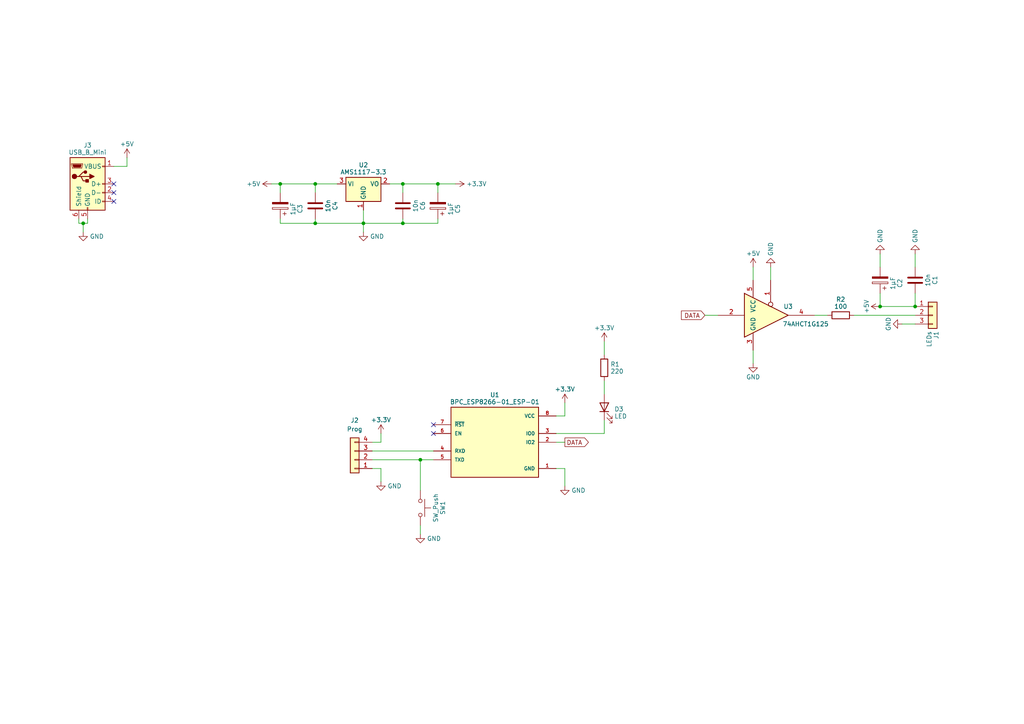
<source format=kicad_sch>
(kicad_sch (version 20230121) (generator eeschema)
  (paper "A4")
  (title_block (title "Carte Stripleds Nano") (date "2025-12-13") (rev "Rev A") (company "BPC") (comment 1 "2 SW - 2 LEDs - 1 Bandeau RGB - Alim USB"))
  (lib_symbols
    (symbol "74xGxx:74AHCT1G125"
      (property "Reference" "U" (at -2.54 3.81 0))
      (property "Value" "74AHCT1G125" (at 0 -3.81 0))
      (symbol "74AHCT1G125_0_1"
        (polyline (pts (xy -7.62 6.35) (xy -7.62 -6.35) (xy 5.08 0) (xy -7.62 6.35)) (stroke (width 0.254)) (fill (type background)))
      )
      (symbol "74AHCT1G125_1_1"
        (pin input inverted (at 0 10.16 270) (length 7.62) (name "~") (number "1"))
        (pin input line (at -15.24 0 0) (length 7.62) (name "~") (number "2"))
        (pin power_in line (at -5.08 -10.16 90) (length 5.08) (name "GND") (number "3"))
        (pin tri_state line (at 12.7 0 180) (length 7.62) (name "~") (number "4"))
        (pin power_in line (at -5.08 10.16 270) (length 5.08) (name "VCC") (number "5"))
      )
    )
    (symbol "Connector:USB_B_Mini" (pin_names (offset 1.016))
      (property "Reference" "J" (at -5.08 11.43 0))
      (property "Value" "USB_B_Mini" (at -5.08 8.89 0))
      (symbol "USB_B_Mini_0_1"
        (rectangle (start -5.08 -7.62) (end 5.08 7.62) (stroke (width 0.254)) (fill (type background)))
        (circle (center -3.81 2.159) (radius 0.635) (stroke (width 0.254)) (fill (type outline)))
        (circle (center -0.635 3.429) (radius 0.381) (stroke (width 0.254)) (fill (type outline)))
        (rectangle (start -0.127 -7.62) (end 0.127 -6.858))
        (polyline (pts (xy -1.905 2.159) (xy 0.635 2.159)) (stroke (width 0.254)))
        (polyline (pts (xy -3.175 2.159) (xy -2.54 2.159) (xy -1.27 3.429) (xy -0.635 3.429)) (stroke (width 0.254)))
        (polyline (pts (xy -2.54 2.159) (xy -1.905 2.159) (xy -1.27 0.889) (xy 0 0.889)) (stroke (width 0.254)))
        (polyline (pts (xy 0.635 2.794) (xy 0.635 1.524) (xy 1.905 2.159) (xy 0.635 2.794)) (stroke (width 0.254)) (fill (type outline)))
        (polyline (pts (xy -4.318 5.588) (xy -1.778 5.588) (xy -2.032 4.826) (xy -4.064 4.826) (xy -4.318 5.588)) (fill (type outline)))
        (polyline (pts (xy -4.699 5.842) (xy -4.699 5.588) (xy -4.445 4.826) (xy -4.445 4.572) (xy -1.651 4.572) (xy -1.651 4.826) (xy -1.397 5.588) (xy -1.397 5.842) (xy -4.699 5.842)))
        (rectangle (start 0.254 1.27) (end -0.508 0.508) (stroke (width 0.254)) (fill (type outline)))
        (rectangle (start 5.08 -5.207) (end 4.318 -4.953))
        (rectangle (start 5.08 -2.667) (end 4.318 -2.413))
        (rectangle (start 5.08 -0.127) (end 4.318 0.127))
        (rectangle (start 5.08 4.953) (end 4.318 5.207))
      )
      (symbol "USB_B_Mini_1_1"
        (pin power_out line (at 7.62 5.08 180) (length 2.54) (name "VBUS") (number "1"))
        (pin bidirectional line (at 7.62 -2.54 180) (length 2.54) (name "D-") (number "2"))
        (pin bidirectional line (at 7.62 0 180) (length 2.54) (name "D+") (number "3"))
        (pin passive line (at 7.62 -5.08 180) (length 2.54) (name "ID") (number "4"))
        (pin power_out line (at 0 -10.16 90) (length 2.54) (name "GND") (number "5"))
        (pin passive line (at -2.54 -10.16 90) (length 2.54) (name "Shield") (number "6"))
      )
    )
    (symbol "Connector_Generic:Conn_01x03" (pin_names (offset 1.016) hide)
      (property "Reference" "J" (at 0 5.08 0))
      (property "Value" "Conn_01x03" (at 0 -5.08 0))
      (symbol "Conn_01x03_1_1"
        (rectangle (start -1.27 -2.413) (end 0 -2.667) (stroke (width 0.1524)))
        (rectangle (start -1.27 0.127) (end 0 -0.127) (stroke (width 0.1524)))
        (rectangle (start -1.27 2.667) (end 0 2.413) (stroke (width 0.1524)))
        (rectangle (start -1.27 3.81) (end 1.27 -3.81) (stroke (width 0.254)) (fill (type background)))
        (pin passive line (at -5.08 2.54 0) (length 3.81) (name "Pin_1") (number "1"))
        (pin passive line (at -5.08 0 0) (length 3.81) (name "Pin_2") (number "2"))
        (pin passive line (at -5.08 -2.54 0) (length 3.81) (name "Pin_3") (number "3"))
      )
    )
    (symbol "Connector_Generic:Conn_01x04" (pin_names (offset 1.016) hide)
      (property "Reference" "J" (at 0 5.08 0))
      (property "Value" "Conn_01x04" (at 0 -7.62 0))
      (symbol "Conn_01x04_1_1"
        (rectangle (start -1.27 -4.953) (end 0 -5.207) (stroke (width 0.1524)))
        (rectangle (start -1.27 -2.413) (end 0 -2.667) (stroke (width 0.1524)))
        (rectangle (start -1.27 0.127) (end 0 -0.127) (stroke (width 0.1524)))
        (rectangle (start -1.27 2.667) (end 0 2.413) (stroke (width 0.1524)))
        (rectangle (start -1.27 3.81) (end 1.27 -6.35) (stroke (width 0.254)) (fill (type background)))
        (pin passive line (at -5.08 2.54 0) (length 3.81) (name "Pin_1") (number "1"))
        (pin passive line (at -5.08 0 0) (length 3.81) (name "Pin_2") (number "2"))
        (pin passive line (at -5.08 -2.54 0) (length 3.81) (name "Pin_3") (number "3"))
        (pin passive line (at -5.08 -5.08 0) (length 3.81) (name "Pin_4") (number "4"))
      )
    )
    (symbol "Device:C" (pin_numbers hide) (pin_names (offset 0.254))
      (property "Reference" "C" (at 0.635 2.54 0))
      (property "Value" "C" (at 0.635 -2.54 0))
      (symbol "C_0_1"
        (polyline (pts (xy -2.032 -0.762) (xy 2.032 -0.762)) (stroke (width 0.508)))
        (polyline (pts (xy -2.032 0.762) (xy 2.032 0.762)) (stroke (width 0.508)))
      )
      (symbol "C_1_1"
        (pin passive line (at 0 3.81 270) (length 2.794) (name "~") (number "1"))
        (pin passive line (at 0 -3.81 90) (length 2.794) (name "~") (number "2"))
      )
    )
    (symbol "Device:C_Polarized" (pin_numbers hide) (pin_names (offset 0.254))
      (property "Reference" "C" (at 0.635 2.54 0))
      (property "Value" "C_Polarized" (at 0.635 -2.54 0))
      (symbol "C_Polarized_0_1"
        (rectangle (start -2.286 0.508) (end 2.286 1.016))
        (polyline (pts (xy -1.778 2.286) (xy -0.762 2.286)))
        (polyline (pts (xy -1.27 2.794) (xy -1.27 1.778)))
        (rectangle (start 2.286 -0.508) (end -2.286 -1.016) (fill (type outline)))
      )
      (symbol "C_Polarized_1_1"
        (pin passive line (at 0 3.81 270) (length 2.794) (name "~") (number "1"))
        (pin passive line (at 0 -3.81 90) (length 2.794) (name "~") (number "2"))
      )
    )
    (symbol "Device:LED" (pin_numbers hide) (pin_names (offset 1.016) hide)
      (property "Reference" "D" (at 0 2.54 0))
      (property "Value" "LED" (at 0 -2.54 0))
      (symbol "LED_0_1"
        (polyline (pts (xy -1.27 -1.27) (xy -1.27 1.27)) (stroke (width 0.254)))
        (polyline (pts (xy -1.27 0) (xy 1.27 0)))
        (polyline (pts (xy 1.27 -1.27) (xy 1.27 1.27) (xy -1.27 0) (xy 1.27 -1.27)) (stroke (width 0.254)))
        (polyline (pts (xy -3.048 -0.762) (xy -4.572 -2.286) (xy -3.81 -2.286) (xy -4.572 -2.286) (xy -4.572 -1.524)))
        (polyline (pts (xy -1.778 -0.762) (xy -3.302 -2.286) (xy -2.54 -2.286) (xy -3.302 -2.286) (xy -3.302 -1.524)))
      )
      (symbol "LED_1_1"
        (pin passive line (at -3.81 0 0) (length 2.54) (name "K") (number "1"))
        (pin passive line (at 3.81 0 180) (length 2.54) (name "A") (number "2"))
      )
    )
    (symbol "Device:R" (pin_numbers hide) (pin_names (offset 0))
      (property "Reference" "R" (at 2.032 0 90))
      (property "Value" "R" (at 0 0 90))
      (symbol "R_0_1"
        (rectangle (start -1.016 -2.54) (end 1.016 2.54) (stroke (width 0.254)))
      )
      (symbol "R_1_1"
        (pin passive line (at 0 3.81 270) (length 1.27) (name "~") (number "1"))
        (pin passive line (at 0 -3.81 90) (length 1.27) (name "~") (number "2"))
      )
    )
    (symbol "Regulator_Linear:AMS1117-3.3"
      (property "Reference" "U" (at -3.81 3.175 0))
      (property "Value" "AMS1117-3.3" (at 0 3.175 0))
      (symbol "AMS1117-3.3_0_1"
        (rectangle (start -5.08 -5.08) (end 5.08 1.905) (stroke (width 0.254)) (fill (type background)))
      )
      (symbol "AMS1117-3.3_1_1"
        (pin power_in line (at 0 -7.62 90) (length 2.54) (name "GND") (number "1"))
        (pin power_out line (at 7.62 0 180) (length 2.54) (name "VO") (number "2"))
        (pin power_in line (at -7.62 0 0) (length 2.54) (name "VI") (number "3"))
      )
    )
    (symbol "Switch:SW_Push" (pin_numbers hide) (pin_names (offset 1.016) hide)
      (property "Reference" "SW" (at 1.27 2.54 0))
      (property "Value" "SW_Push" (at 0 -1.524 0))
      (symbol "SW_Push_0_1"
        (circle (center -2.032 0) (radius 0.508))
        (polyline (pts (xy 0 1.27) (xy 0 3.048)))
        (polyline (pts (xy 2.54 1.27) (xy -2.54 1.27)))
        (circle (center 2.032 0) (radius 0.508))
        (pin passive line (at -5.08 0 0) (length 2.54) (name "1") (number "1"))
        (pin passive line (at 5.08 0 180) (length 2.54) (name "2") (number "2"))
      )
    )
    (symbol "bpc:BPC_ESP8266-01_ESP-01" (pin_names (offset 1.016))
      (property "Reference" "U" (at -12.7 10.668 0))
      (property "Value" "BPC_ESP8266-01_ESP-01" (at -12.7254 -12.7254 0))
      (symbol "BPC_ESP8266-01_ESP-01_0_0"
        (rectangle (start -12.7 -10.16) (end 12.7 10.16) (stroke (width 0.254)) (fill (type background)))
        (pin power_in line (at 17.78 -7.62 180) (length 5.08) (name "GND") (number "1"))
        (pin bidirectional line (at 17.78 0 180) (length 5.08) (name "IO2") (number "2"))
        (pin bidirectional line (at 17.78 2.54 180) (length 5.08) (name "IO0") (number "3"))
        (pin input line (at -17.78 -2.54 0) (length 5.08) (name "RXD") (number "4"))
        (pin output line (at -17.78 -5.08 0) (length 5.08) (name "TXD") (number "5"))
        (pin input line (at -17.78 2.54 0) (length 5.08) (name "EN") (number "6"))
        (pin input line (at -17.78 5.08 0) (length 5.08) (name "~{RST}") (number "7"))
        (pin power_in line (at 17.78 7.62 180) (length 5.08) (name "VCC") (number "8"))
      )
    )
    (symbol "power:+3.3V" (power) (pin_names (offset 0))
      (property "Value" "+3.3V" (at 0 3.556 0))
      (symbol "+3.3V_0_1"
        (polyline (pts (xy -0.762 1.27) (xy 0 2.54)))
        (polyline (pts (xy 0 0) (xy 0 2.54)))
        (polyline (pts (xy 0 2.54) (xy 0.762 1.27)))
      )
      (symbol "+3.3V_1_1"
        (pin power_in line (at 0 0 90) (length 0) hide (name "+3.3V") (number "1"))
      )
    )
    (symbol "power:+5V" (power) (pin_names (offset 0))
      (property "Value" "+5V" (at 0 3.556 0))
      (symbol "+5V_0_1"
        (polyline (pts (xy -0.762 1.27) (xy 0 2.54)))
        (polyline (pts (xy 0 0) (xy 0 2.54)))
        (polyline (pts (xy 0 2.54) (xy 0.762 1.27)))
      )
      (symbol "+5V_1_1"
        (pin power_in line (at 0 0 90) (length 0) hide (name "+5V") (number "1"))
      )
    )
    (symbol "power:GND" (power) (pin_names (offset 0))
      (property "Value" "GND" (at 0 -3.81 0))
      (symbol "GND_0_1"
        (polyline (pts (xy 0 0) (xy 0 -1.27) (xy 1.27 -1.27) (xy 0 -2.54) (xy -1.27 -1.27) (xy 0 -1.27)))
      )
      (symbol "GND_1_1"
        (pin power_in line (at 0 0 270) (length 0) hide (name "GND") (number "1"))
      )
    )
  )
  (junction (at 255.27 88.9))
  (junction (at 105.41 64.77))
  (junction (at 91.44 64.77))
  (junction (at 116.84 64.77))
  (junction (at 81.28 53.34))
  (junction (at 127 53.34))
  (junction (at 91.44 53.34))
  (junction (at 24.13 64.77))
  (junction (at 116.84 53.34))
  (junction (at 121.92 133.35))
  (junction (at 265.43 88.9))
  (no_connect (at 125.73 123.19))
  (no_connect (at 33.02 58.42))
  (no_connect (at 125.73 125.73))
  (no_connect (at 33.02 55.88))
  (no_connect (at 33.02 53.34))
  (wire (pts (xy 91.44 64.77) (xy 81.28 64.77)))
  (wire (pts (xy 265.43 73.66) (xy 265.43 77.47)))
  (wire (pts (xy 107.95 133.35) (xy 121.92 133.35)))
  (wire (pts (xy 81.28 53.34) (xy 81.28 55.88)))
  (wire (pts (xy 24.13 64.77) (xy 24.13 67.31)))
  (wire (pts (xy 110.49 128.27) (xy 110.49 125.73)))
  (wire (pts (xy 91.44 64.77) (xy 91.44 63.5)))
  (wire (pts (xy 247.65 91.44) (xy 265.43 91.44)))
  (wire (pts (xy 218.44 77.47) (xy 218.44 81.28)))
  (wire (pts (xy 175.26 121.92) (xy 175.26 125.73)))
  (wire (pts (xy 121.92 133.35) (xy 125.73 133.35)))
  (wire (pts (xy 22.86 64.77) (xy 24.13 64.77)))
  (wire (pts (xy 107.95 135.89) (xy 110.49 135.89)))
  (wire (pts (xy 105.41 64.77) (xy 105.41 67.31)))
  (wire (pts (xy 105.41 60.96) (xy 105.41 64.77)))
  (wire (pts (xy 116.84 53.34) (xy 127 53.34)))
  (wire (pts (xy 22.86 63.5) (xy 22.86 64.77)))
  (wire (pts (xy 255.27 73.66) (xy 255.27 77.47)))
  (wire (pts (xy 121.92 152.4) (xy 121.92 154.94)))
  (wire (pts (xy 265.43 85.09) (xy 265.43 88.9)))
  (wire (pts (xy 107.95 128.27) (xy 110.49 128.27)))
  (wire (pts (xy 175.26 99.06) (xy 175.26 102.87)))
  (wire (pts (xy 81.28 64.77) (xy 81.28 63.5)))
  (wire (pts (xy 127 55.88) (xy 127 53.34)))
  (wire (pts (xy 161.29 120.65) (xy 163.83 120.65)))
  (wire (pts (xy 265.43 88.9) (xy 255.27 88.9)))
  (wire (pts (xy 113.03 53.34) (xy 116.84 53.34)))
  (wire (pts (xy 116.84 53.34) (xy 116.84 55.88)))
  (wire (pts (xy 161.29 125.73) (xy 175.26 125.73)))
  (wire (pts (xy 24.13 64.77) (xy 25.4 64.77)))
  (wire (pts (xy 127 53.34) (xy 132.08 53.34)))
  (wire (pts (xy 110.49 135.89) (xy 110.49 139.7)))
  (wire (pts (xy 25.4 63.5) (xy 25.4 64.77)))
  (wire (pts (xy 175.26 110.49) (xy 175.26 114.3)))
  (wire (pts (xy 116.84 64.77) (xy 116.84 63.5)))
  (wire (pts (xy 36.83 48.26) (xy 36.83 45.72)))
  (wire (pts (xy 78.74 53.34) (xy 81.28 53.34)))
  (wire (pts (xy 255.27 85.09) (xy 255.27 88.9)))
  (wire (pts (xy 236.22 91.44) (xy 240.03 91.44)))
  (wire (pts (xy 107.95 130.81) (xy 125.73 130.81)))
  (wire (pts (xy 161.29 128.27) (xy 163.83 128.27)))
  (wire (pts (xy 105.41 64.77) (xy 116.84 64.77)))
  (wire (pts (xy 223.52 77.47) (xy 223.52 81.28)))
  (wire (pts (xy 105.41 64.77) (xy 91.44 64.77)))
  (wire (pts (xy 91.44 53.34) (xy 91.44 55.88)))
  (wire (pts (xy 163.83 120.65) (xy 163.83 116.84)))
  (wire (pts (xy 163.83 135.89) (xy 163.83 140.97)))
  (wire (pts (xy 81.28 53.34) (xy 91.44 53.34)))
  (wire (pts (xy 121.92 142.24) (xy 121.92 133.35)))
  (wire (pts (xy 204.47 91.44) (xy 208.28 91.44)))
  (wire (pts (xy 218.44 101.6) (xy 218.44 105.41)))
  (wire (pts (xy 33.02 48.26) (xy 36.83 48.26)))
  (wire (pts (xy 91.44 53.34) (xy 97.79 53.34)))
  (wire (pts (xy 127 64.77) (xy 127 63.5)))
  (wire (pts (xy 116.84 64.77) (xy 127 64.77)))
  (wire (pts (xy 265.43 93.98) (xy 261.62 93.98)))
  (wire (pts (xy 161.29 135.89) (xy 163.83 135.89)))
  (global_label "DATA" (shape input) (at 204.47 91.44 180) (property "Intersheetrefs" "${INTERSHEET_REFS}" (effects hide)))
  (global_label "DATA" (shape output) (at 163.83 128.27 0) (property "Intersheetrefs" "${INTERSHEET_REFS}" (effects hide)))
  (symbol (lib_id "Device:R") (at 243.84 91.44 270) (unit 1)
    (property "Reference" "R2" (at 243.84 86.844 90))
    (property "Value" "100" (at 243.84 88.892 90))
    (property "Footprint" "Resistor_SMD:R_0805_2012Metric_Pad1.20x1.40mm_HandSolder" (effects hide))
  )
  (symbol (lib_id "Switch:SW_Push") (at 121.92 147.32 270) (unit 1)
    (property "Reference" "SW1" (at 128.421 147.32 0))
    (property "Value" "SW_Push" (at 126.373 147.32 0))
    (property "Footprint" "Button_Switch_THT:SW_PUSH_6mm" (effects hide))
  )
  (symbol (lib_id "Device:C") (at 116.84 59.69 0) (unit 1)
    (property "Reference" "C6" (at 122.579 59.69 90))
    (property "Value" "10n" (at 120.531 59.69 90))
    (property "Footprint" "Capacitor_SMD:C_0805_2012Metric_Pad1.18x1.45mm_HandSolder" (effects hide))
  )
  (symbol (lib_id "bpc:BPC_ESP8266-01_ESP-01") (at 143.51 128.27 0) (unit 1)
    (property "Reference" "U1" (at 143.51 114.53 0))
    (property "Value" "BPC_ESP8266-01_ESP-01" (at 143.51 116.578 0))
    (property "Footprint" "bpc:BPC_XCVR_ESP8266-01_ESP-01" (effects hide))
    (property "MAXIMUM_PACKAGE_HEIGHT" "11.2 mm" (effects hide))
    (property "PARTREV" "V1.2" (effects hide))
    (property "STANDARD" "Manufacturer recommendations or IPC 7351B" (effects hide))
    (property "MANUFACTURER" "AI-Thinker" (effects hide))
  )
  (symbol (lib_id "74xGxx:74AHCT1G125") (at 223.52 91.44 0) (unit 1)
    (property "Reference" "U3" (at 228.6 88.9 0))
    (property "Value" "74AHCT1G125" (at 233.68 93.98 0))
    (property "Footprint" "Package_TO_SOT_SMD:SOT-23-5" (effects hide))
    (property "Datasheet" "http://www.ti.com/lit/sg/scyt129e/scyt129e.pdf" (effects hide))
  )
  (symbol (lib_id "Connector_Generic:Conn_01x04") (at 102.87 133.35 180) (unit 1)
    (property "Reference" "J2" (at 102.87 121.92 0))
    (property "Value" "Prog" (at 102.87 124.46 0))
    (property "Footprint" "Connector_PinHeader_2.54mm:PinHeader_1x04_P2.54mm_Vertical" (effects hide))
  )
  (symbol (lib_id "power:GND") (at 218.44 105.41 0) (unit 1)
    (property "Reference" "#PWR017" (effects hide))
    (property "Value" "GND" (at 218.44 109.355 0))
  )
  (symbol (lib_id "Connector_Generic:Conn_01x03") (at 270.51 91.44 0) (unit 1)
    (property "Reference" "J1" (at 271.534 96.012 90) (effects (justify right)))
    (property "Value" "LEDs" (at 269.486 96.012 90) (effects (justify right)))
    (property "Footprint" "Connector_PinHeader_2.54mm:PinHeader_1x03_P2.54mm_Vertical" (effects hide))
  )
  (symbol (lib_id "power:GND") (at 255.27 73.66 180) (unit 1)
    (property "Reference" "#PWR010" (effects hide))
    (property "Value" "GND" (at 255.27 70.4851 90) (effects (justify right)))
  )
  (symbol (lib_id "power:+3.3V") (at 163.83 116.84 0) (unit 1)
    (property "Reference" "#PWR04" (effects hide))
    (property "Value" "+3.3V" (at 163.83 112.895 0))
  )
  (symbol (lib_id "power:+3.3V") (at 175.26 99.06 0) (unit 1)
    (property "Reference" "#PWR05" (effects hide))
    (property "Value" "+3.3V" (at 175.26 95.115 0))
  )
  (symbol (lib_id "Device:C") (at 91.44 59.69 0) (unit 1)
    (property "Reference" "C4" (at 97.179 59.69 90))
    (property "Value" "10n" (at 95.131 59.69 90))
    (property "Footprint" "Capacitor_SMD:C_0805_2012Metric_Pad1.18x1.45mm_HandSolder" (effects hide))
  )
  (symbol (lib_id "Device:C_Polarized") (at 81.28 59.69 180) (unit 1)
    (property "Reference" "C3" (at 87.019 60.579 90))
    (property "Value" "1µF" (at 84.971 60.579 90))
    (property "Footprint" "Capacitor_SMD:C_0805_2012Metric_Pad1.18x1.45mm_HandSolder" (effects hide))
  )
  (symbol (lib_id "power:+5V") (at 36.83 45.72 0) (unit 1)
    (property "Reference" "#PWR011" (effects hide))
    (property "Value" "+5V" (at 36.83 41.775 0))
  )
  (symbol (lib_id "power:GND") (at 223.52 77.47 180) (unit 1)
    (property "Reference" "#PWR016" (effects hide))
    (property "Value" "GND" (at 223.52 74.2951 90) (effects (justify right)))
  )
  (symbol (lib_id "power:GND") (at 110.49 139.7 0) (unit 1)
    (property "Reference" "#PWR02" (effects hide))
    (property "Value" "GND" (at 112.395 140.97 0) (effects (justify left)))
  )
  (symbol (lib_id "power:GND") (at 121.92 154.94 0) (unit 1)
    (property "Reference" "#PWR01" (effects hide))
    (property "Value" "GND" (at 123.825 156.21 0) (effects (justify left)))
  )
  (symbol (lib_id "power:GND") (at 24.13 67.31 0) (unit 1)
    (property "Reference" "#PWR012" (effects hide))
    (property "Value" "GND" (at 26.035 68.58 0) (effects (justify left)))
  )
  (symbol (lib_id "Connector:USB_B_Mini") (at 25.4 53.34 0) (unit 1)
    (property "Reference" "J3" (at 25.4 42.14 0))
    (property "Value" "USB_B_Mini" (at 25.4 44.188 0))
    (property "Footprint" "Connector_USB:USB_Mini-B_Tensility_54-00023_Vertical" (effects hide))
  )
  (symbol (lib_id "power:GND") (at 261.62 93.98 270) (unit 1)
    (property "Reference" "#PWR06" (effects hide))
    (property "Value" "GND" (at 257.675 93.98 0))
  )
  (symbol (lib_id "Device:C_Polarized") (at 255.27 81.28 180) (unit 1)
    (property "Reference" "C2" (at 261.009 82.169 90))
    (property "Value" "1µF" (at 258.961 82.169 90))
    (property "Footprint" "Capacitor_SMD:C_0805_2012Metric_Pad1.18x1.45mm_HandSolder" (effects hide))
  )
  (symbol (lib_id "Device:C_Polarized") (at 127 59.69 180) (unit 1)
    (property "Reference" "C5" (at 132.739 60.579 90))
    (property "Value" "1µF" (at 130.691 60.579 90))
    (property "Footprint" "Capacitor_SMD:C_0805_2012Metric_Pad1.18x1.45mm_HandSolder" (effects hide))
  )
  (symbol (lib_id "power:+5V") (at 78.74 53.34 90) (unit 1)
    (property "Reference" "#PWR014" (effects hide))
    (property "Value" "+5V" (at 75.5651 53.34 90) (effects (justify left)))
  )
  (symbol (lib_id "power:+5V") (at 255.27 88.9 90) (unit 1)
    (property "Reference" "#PWR07" (effects hide))
    (property "Value" "+5V" (at 251.325 88.9 0))
  )
  (symbol (lib_id "Device:C") (at 265.43 81.28 0) (unit 1)
    (property "Reference" "C1" (at 271.169 81.28 90))
    (property "Value" "10n" (at 269.121 81.28 90))
    (property "Footprint" "Capacitor_SMD:C_0805_2012Metric_Pad1.18x1.45mm_HandSolder" (effects hide))
  )
  (symbol (lib_id "power:GND") (at 265.43 73.66 180) (unit 1)
    (property "Reference" "#PWR09" (effects hide))
    (property "Value" "GND" (at 265.43 70.4851 90) (effects (justify right)))
  )
  (symbol (lib_id "power:+3.3V") (at 110.49 125.73 0) (unit 1)
    (property "Reference" "#PWR03" (effects hide))
    (property "Value" "+3.3V" (at 110.49 121.785 0))
  )
  (symbol (lib_id "Regulator_Linear:AMS1117-3.3") (at 105.41 53.34 0) (unit 1)
    (property "Reference" "U2" (at 105.41 47.855 0))
    (property "Value" "AMS1117-3.3" (at 105.41 49.903 0))
    (property "Footprint" "Package_TO_SOT_SMD:SOT-223-3_TabPin2" (effects hide))
    (property "Datasheet" "http://www.advanced-monolithic.com/pdf/ds1117.pdf" (effects hide))
  )
  (symbol (lib_id "power:GND") (at 105.41 67.31 0) (unit 1)
    (property "Reference" "#PWR015" (effects hide))
    (property "Value" "GND" (at 107.315 68.58 0) (effects (justify left)))
  )
  (symbol (lib_id "Device:LED") (at 175.26 118.11 90) (unit 1)
    (property "Reference" "D3" (at 178.181 118.6735 90) (effects (justify right)))
    (property "Value" "LED" (at 178.181 120.7215 90) (effects (justify right)))
    (property "Footprint" "LED_THT:LED_D3.0mm_FlatTop" (effects hide))
  )
  (symbol (lib_id "power:GND") (at 163.83 140.97 0) (unit 1)
    (property "Reference" "#PWR08" (effects hide))
    (property "Value" "GND" (at 165.735 142.24 0) (effects (justify left)))
  )
  (symbol (lib_id "power:+3.3V") (at 132.08 53.34 270) (unit 1)
    (property "Reference" "#PWR013" (effects hide))
    (property "Value" "+3.3V" (at 135.255 53.34 90) (effects (justify left)))
  )
  (symbol (lib_id "Device:R") (at 175.26 106.68 180) (unit 1)
    (property "Reference" "R1" (at 177.038 105.656 0) (effects (justify right)))
    (property "Value" "220" (at 177.038 107.704 0) (effects (justify right)))
    (property "Footprint" "Resistor_SMD:R_0805_2012Metric_Pad1.20x1.40mm_HandSolder" (effects hide))
  )
  (symbol (lib_id "power:+5V") (at 218.44 77.47 0) (unit 1)
    (property "Reference" "#PWR018" (effects hide))
    (property "Value" "+5V" (at 218.44 73.525 0))
  )
)
</source>
